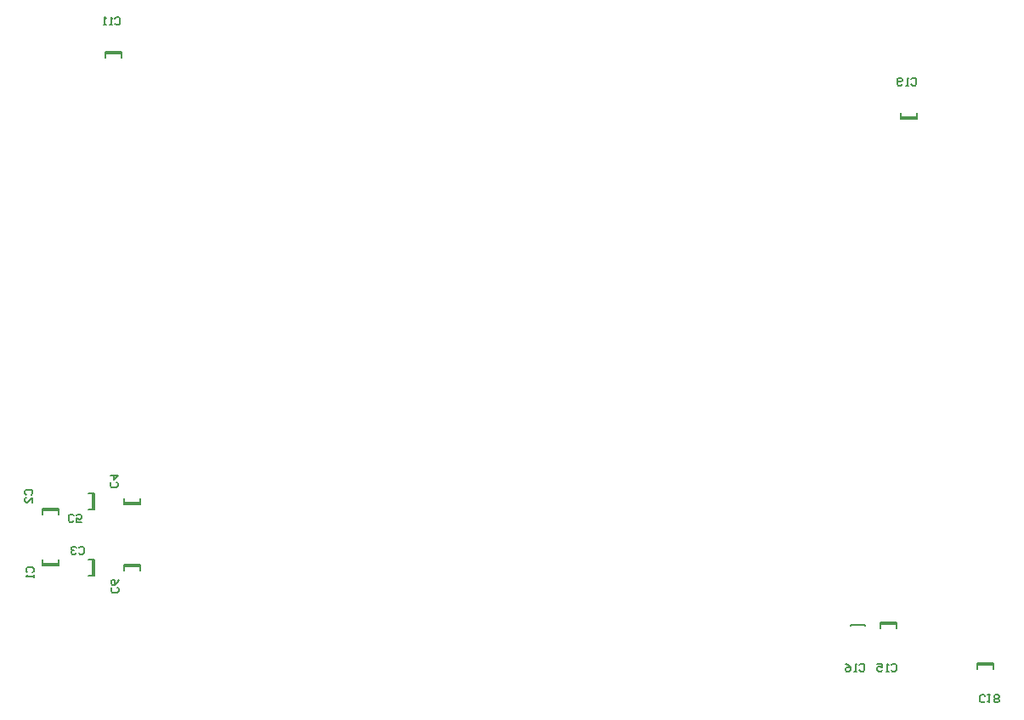
<source format=gbo>
%FSLAX25Y25*%
%MOIN*%
G70*
G01*
G75*
G04 Layer_Color=32896*
%ADD10R,0.06299X0.06299*%
%ADD11R,0.06299X0.07087*%
%ADD12R,0.07087X0.06299*%
%ADD13O,0.08268X0.01772*%
%ADD14R,0.04921X0.05709*%
%ADD15O,0.06890X0.01181*%
%ADD16O,0.01181X0.06890*%
%ADD17O,0.09055X0.02362*%
%ADD18R,0.06299X0.06299*%
%ADD19R,0.25000X0.11000*%
%ADD20R,0.11000X0.05000*%
%ADD21C,0.01000*%
%ADD22R,0.07284X0.07284*%
%ADD23C,0.07284*%
%ADD24R,0.05906X0.05906*%
%ADD25C,0.05906*%
%ADD26R,0.05906X0.05906*%
%ADD27C,0.18740*%
%ADD28R,0.06654X0.06654*%
%ADD29C,0.06654*%
%ADD30C,0.14000*%
%ADD31C,0.06000*%
%ADD32C,0.05000*%
%ADD33C,0.30000*%
%ADD34C,0.00984*%
%ADD35C,0.02362*%
%ADD36C,0.00787*%
%ADD37C,0.00500*%
%ADD38C,0.00591*%
%ADD39C,0.03000*%
%ADD40C,0.00800*%
%ADD41R,0.02165X0.05512*%
%ADD42R,0.05512X0.02165*%
%ADD43R,0.07099X0.07099*%
%ADD44R,0.07099X0.07887*%
%ADD45R,0.07887X0.07099*%
%ADD46O,0.09068X0.02572*%
%ADD47R,0.05721X0.06509*%
%ADD48O,0.07690X0.01981*%
%ADD49O,0.01981X0.07690*%
%ADD50O,0.09855X0.03162*%
%ADD51R,0.07099X0.07099*%
%ADD52R,0.25800X0.11800*%
%ADD53R,0.11800X0.05800*%
%ADD54R,0.08083X0.08083*%
%ADD55C,0.08083*%
%ADD56R,0.06706X0.06706*%
%ADD57C,0.06706*%
%ADD58R,0.06706X0.06706*%
%ADD59C,0.19540*%
%ADD60R,0.07453X0.07453*%
%ADD61C,0.07453*%
%ADD62C,0.14800*%
%ADD63C,0.06800*%
%ADD64C,0.05800*%
%ADD65C,0.30800*%
%ADD66C,0.00800*%
D36*
X1036850Y736433D02*
X1043150D01*
X1036850Y737181D02*
X1043150D01*
Y734819D02*
Y737181D01*
X1036850Y734819D02*
Y737181D01*
X1074850Y720433D02*
X1081150D01*
X1074850Y721181D02*
X1081150D01*
Y718819D02*
Y721181D01*
X1074850Y718819D02*
Y721181D01*
X1044850Y935567D02*
X1051150D01*
X1044850Y934819D02*
X1051150D01*
X1044850D02*
Y937181D01*
X1051150Y934819D02*
Y937181D01*
X708150Y781233D02*
X714450D01*
X708150Y781981D02*
X714450D01*
Y779619D02*
Y781981D01*
X708150Y779619D02*
Y781981D01*
X727733Y755650D02*
Y761950D01*
X728481Y755650D02*
Y761950D01*
X726119Y755650D02*
X728481D01*
X726119Y761950D02*
X728481D01*
X727733Y781650D02*
Y787950D01*
X728481Y781650D02*
Y787950D01*
X726119Y781650D02*
X728481D01*
X726119Y787950D02*
X728481D01*
X708150Y760367D02*
X714450D01*
X708150Y759619D02*
X714450D01*
X708150D02*
Y761981D01*
X714450Y759619D02*
Y761981D01*
X740150Y759233D02*
X746450D01*
X740150Y759981D02*
X746450D01*
Y757619D02*
Y759981D01*
X740150Y757619D02*
Y759981D01*
Y784367D02*
X746450D01*
X740150Y783619D02*
X746450D01*
X740150D02*
Y785981D01*
X746450Y783619D02*
Y785981D01*
X732850Y960433D02*
X739150D01*
X732850Y961181D02*
X739150D01*
Y958819D02*
Y961181D01*
X732850Y958819D02*
Y961181D01*
X1025244Y735803D02*
Y736197D01*
X1030756Y735803D02*
Y736197D01*
X1025244D02*
X1030756D01*
D37*
X1028501Y720499D02*
X1029000Y720999D01*
X1030000D01*
X1030500Y720499D01*
Y718500D01*
X1030000Y718000D01*
X1029000D01*
X1028501Y718500D01*
X1027501Y718000D02*
X1026501D01*
X1027001D01*
Y720999D01*
X1027501Y720499D01*
X1023002Y720999D02*
X1024002Y720499D01*
X1025002Y719499D01*
Y718500D01*
X1024502Y718000D01*
X1023502D01*
X1023002Y718500D01*
Y719000D01*
X1023502Y719499D01*
X1025002D01*
X1048951Y950549D02*
X1049450Y951049D01*
X1050450D01*
X1050950Y950549D01*
Y948550D01*
X1050450Y948050D01*
X1049450D01*
X1048951Y948550D01*
X1047951Y948050D02*
X1046951D01*
X1047451D01*
Y951049D01*
X1047951Y950549D01*
X1045452Y948550D02*
X1044952Y948050D01*
X1043952D01*
X1043452Y948550D01*
Y950549D01*
X1043952Y951049D01*
X1044952D01*
X1045452Y950549D01*
Y950049D01*
X1044952Y949549D01*
X1043452D01*
X722401Y766499D02*
X722900Y766999D01*
X723900D01*
X724400Y766499D01*
Y764500D01*
X723900Y764000D01*
X722900D01*
X722401Y764500D01*
X721401Y766499D02*
X720901Y766999D01*
X719902D01*
X719402Y766499D01*
Y765999D01*
X719902Y765499D01*
X720401D01*
X719902D01*
X719402Y765000D01*
Y764500D01*
X719902Y764000D01*
X720901D01*
X721401Y764500D01*
X1041001Y720499D02*
X1041500Y720999D01*
X1042500D01*
X1043000Y720499D01*
Y718500D01*
X1042500Y718000D01*
X1041500D01*
X1041001Y718500D01*
X1040001Y718000D02*
X1039001D01*
X1039501D01*
Y720999D01*
X1040001Y720499D01*
X1035502Y720999D02*
X1037502D01*
Y719499D01*
X1036502Y719999D01*
X1036002D01*
X1035502Y719499D01*
Y718500D01*
X1036002Y718000D01*
X1037002D01*
X1037502Y718500D01*
X1077899Y706401D02*
X1077400Y705901D01*
X1076400D01*
X1075900Y706401D01*
Y708400D01*
X1076400Y708900D01*
X1077400D01*
X1077899Y708400D01*
X1078899Y708900D02*
X1079899D01*
X1079399D01*
Y705901D01*
X1078899Y706401D01*
X1081398D02*
X1081898Y705901D01*
X1082898D01*
X1083398Y706401D01*
Y706901D01*
X1082898Y707401D01*
X1083398Y707900D01*
Y708400D01*
X1082898Y708900D01*
X1081898D01*
X1081398Y708400D01*
Y707900D01*
X1081898Y707401D01*
X1081398Y706901D01*
Y706401D01*
X1081898Y707401D02*
X1082898D01*
X736601Y974299D02*
X737101Y974799D01*
X738100D01*
X738600Y974299D01*
Y972300D01*
X738100Y971800D01*
X737101D01*
X736601Y972300D01*
X735601Y971800D02*
X734601D01*
X735101D01*
Y974799D01*
X735601Y974299D01*
X733102Y971800D02*
X732102D01*
X732602D01*
Y974799D01*
X733102Y974299D01*
X737499Y750999D02*
X737999Y750499D01*
Y749500D01*
X737499Y749000D01*
X735500D01*
X735000Y749500D01*
Y750499D01*
X735500Y750999D01*
X737999Y753998D02*
X737499Y752999D01*
X736500Y751999D01*
X735500D01*
X735000Y752499D01*
Y753499D01*
X735500Y753998D01*
X736000D01*
X736500Y753499D01*
Y751999D01*
X720399Y777101D02*
X719900Y776601D01*
X718900D01*
X718400Y777101D01*
Y779100D01*
X718900Y779600D01*
X719900D01*
X720399Y779100D01*
X723398Y776601D02*
X721399D01*
Y778100D01*
X722399Y777601D01*
X722898D01*
X723398Y778100D01*
Y779100D01*
X722898Y779600D01*
X721899D01*
X721399Y779100D01*
X737299Y792399D02*
X737799Y791899D01*
Y790900D01*
X737299Y790400D01*
X735300D01*
X734800Y790900D01*
Y791899D01*
X735300Y792399D01*
X734800Y794899D02*
X737799D01*
X736300Y793399D01*
Y795398D01*
X701801Y787301D02*
X701301Y787801D01*
Y788800D01*
X701801Y789300D01*
X703800D01*
X704300Y788800D01*
Y787801D01*
X703800Y787301D01*
X704300Y784302D02*
Y786301D01*
X702301Y784302D01*
X701801D01*
X701301Y784801D01*
Y785801D01*
X701801Y786301D01*
X702301Y756801D02*
X701801Y757301D01*
Y758300D01*
X702301Y758800D01*
X704300D01*
X704800Y758300D01*
Y757301D01*
X704300Y756801D01*
X704800Y755801D02*
Y754801D01*
Y755301D01*
X701801D01*
X702301Y755801D01*
M02*

</source>
